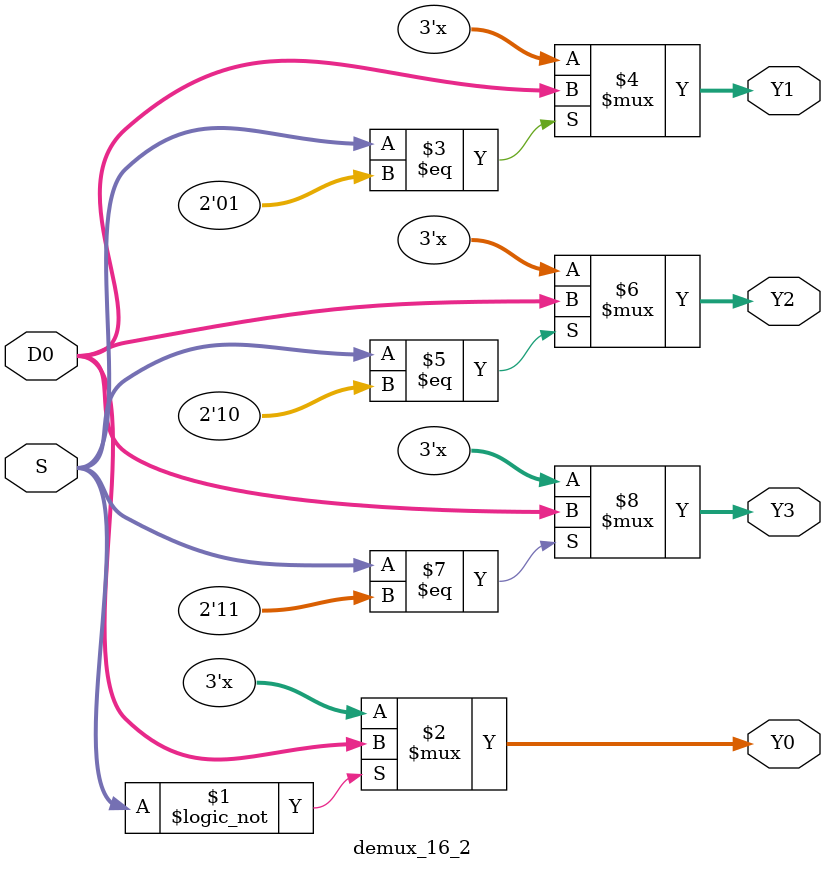
<source format=v>
module demux_16_2(D0, S, Y0, Y1, Y2, Y3);
    input [2:0] D0;
    input [1:0] S;
    output [2:0] Y0;
    output [2:0] Y1;
    output [2:0] Y2;
    output [2:0] Y3;

    assign Y0 = (S == 2'b00) ? D0 : 3'bxx;
    assign Y1 = (S == 2'b01) ? D0 : 3'bxx;
    assign Y2 = (S == 2'b10) ? D0 : 3'bxx;
    assign Y3 = (S == 2'b11) ? D0 : 3'bxx;

endmodule

</source>
